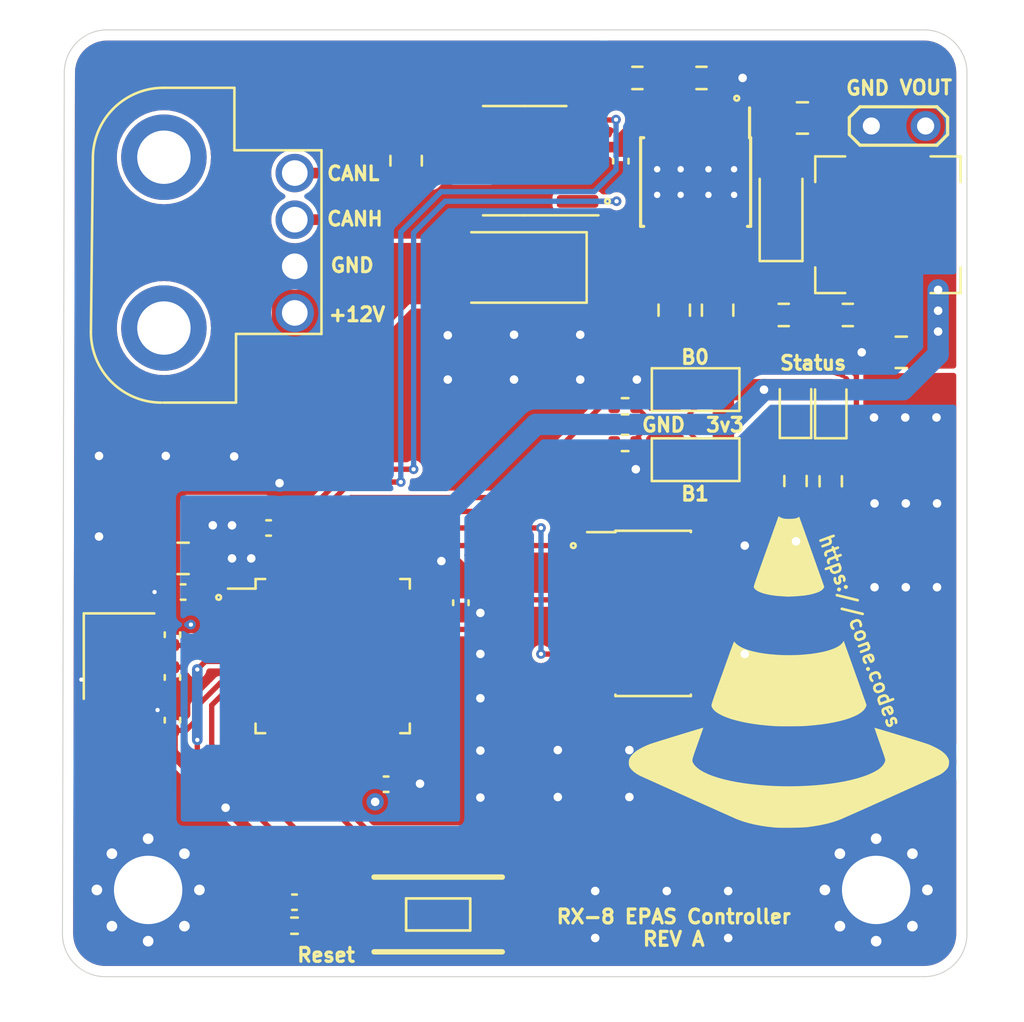
<source format=kicad_pcb>
(kicad_pcb (version 20211014) (generator pcbnew)
  (layers (0 "F.Cu" signal) (31 "B.Cu" signal) (34 "B.Paste" user) (35 "F.Paste" user) (36 "B.SilkS" user "B.Silkscreen") (37 "F.SilkS" user "F.Silkscreen") (38 "B.Mask" user) (39 "F.Mask" user) (44 "Edge.Cuts" user))
  (net 0 "")
  (net 1 "/VIN")
  (net 2 "GND")
  (net 3 "/BOOT")
  (net 4 "/PH")
  (net 5 "+3V3")
  (net 6 "/OSC_IN")
  (net 7 "/OSC_OUT")
  (net 8 "Net-(C14-Pad1)")
  (net 9 "/NRST")
  (net 10 "+12V")
  (net 11 "Net-(D3-Pad1)")
  (net 12 "Net-(D4-Pad1)")
  (net 13 "/CANH")
  (net 14 "/CANL")
  (net 15 "/JTCK")
  (net 16 "/JTDO")
  (net 18 "/JTMS")
  (net 22 "Net-(JP1-Pad2)")
  (net 23 "Net-(JP2-Pad2)")
  (net 24 "/VBATT_SENSE")
  (net 25 "/PB0")
  (net 26 "/BOOT0")
  (net 27 "/BOOT1")
  (net 31 "/CANTX")
  (net 32 "/CANRX")
  (net 35 "/OSC32_IN")
  (net 36 "/OSC32_OUT")
  (net 56 "/JTDI")
  (net 61 "/VSENSE")
  (footprint "Capacitor_SMD:C_0402_1005Metric" (layer "F.Cu") (at 21.5625 49.825 -90)
    (fp_text reference "C11" hide)
    (fp_text value "100nf")
  )
  (footprint "Package_QFP:LQFP-48_7x7mm_P0.5mm" (layer "F.Cu") (at 29.0625 46.825)
    (fp_text reference "U3" hide)
    (fp_text value "STM32F103C8T6")
  )
  (footprint "Crystal:Crystal_SMD_3225-4Pin_3.2x2.5mm" (layer "F.Cu") (at 19.0625 46.825 -90)
    (fp_text reference "Y1" hide)
    (fp_text value "12mhz")
  )
  (footprint "Capacitor_SMD:C_0402_1005Metric" (layer "F.Cu") (at 21.5625 45.825 90)
    (fp_text reference "C12" hide)
    (fp_text value "C_Small")
  )
  (footprint "Connector_PinHeader_1.27mm:PinHeader_2x06_P1.27mm_Vertical_SMD" (layer "F.Cu") (at 44.0625 44.825)
    (fp_text reference "J2" hide)
    (fp_text value "AVR-JTAG-10")
  )
  (footprint "Capacitor_SMD:C_0402_1005Metric" (layer "F.Cu") (at 42.55 23.645 -90)
    (fp_text reference "C5" hide)
    (fp_text value "100nf")
  )
  (footprint "Capacitor_SMD:C_0402_1005Metric" (layer "F.Cu") (at 35.0625 44.325 90)
    (fp_text reference "C7" hide)
    (fp_text value "100nf")
  )
  (footprint "Capacitor_SMD:C_0805_2012Metric" (layer "F.Cu") (at 55.675 32.6 180)
    (fp_text reference "C4" hide)
    (fp_text value "C_Small")
  )
  (footprint "Capacitor_SMD:C_0402_1005Metric" (layer "F.Cu") (at 26.0625 40.825 180)
    (fp_text reference "C9" hide)
    (fp_text value "100nf")
  )
  (footprint "Capacitor_SMD:C_0805_2012Metric" (layer "F.Cu") (at 51.05 21.625)
    (fp_text reference "C3" hide)
    (fp_text value "C_Small")
  )
  (footprint "Resistor_SMD:R_0402_1005Metric" (layer "F.Cu") (at 27.275 59.45 180)
    (fp_text reference "R7" hide)
    (fp_text value "10k")
  )
  (footprint "LED_SMD:LED_0603_1608Metric" (layer "F.Cu") (at 52.374999 35.137501 90)
    (fp_text reference "D4" hide)
    (fp_text value "RED")
  )
  (footprint "Inductor_SMD:L_Bourns-SRN6028" (layer "F.Cu") (at 55.05 26.625)
    (fp_text reference "L1" hide)
    (fp_text value "L_Small")
  )
  (footprint "Resistor_SMD:R_0805_2012Metric" (layer "F.Cu") (at 32.5 23.625 90)
    (fp_text reference "R3" hide)
    (fp_text value "120,DNP")
  )
  (footprint "Capacitor_SMD:C_0402_1005Metric" (layer "F.Cu") (at 22.0625 43.825)
    (fp_text reference "C10" hide)
    (fp_text value "100nf")
  )
  (footprint "logos:cone" (layer "F.Cu") (at 50.415 47.57)
    (fp_text reference "G***" hide)
    (fp_text value "LOGO" hide)
  )
  (footprint "Capacitor_SMD:C_0402_1005Metric" (layer "F.Cu") (at 31.5625 52.825)
    (fp_text reference "C8" hide)
    (fp_text value "100nf")
  )
  (footprint "Resistor_SMD:R_0603_1608Metric" (layer "F.Cu") (at 53.175 30.85)
    (fp_text reference "R2" hide)
    (fp_text value "R_Small")
  )
  (footprint "MountingHole:MountingHole_3.2mm_M3_Pad_Via" (layer "F.Cu") (at 54.5 57.775)
    (fp_text reference "H1" hide)
    (fp_text value "MountingHole_Pad")
  )
  (footprint "Jumper:SolderJumper-3_P1.3mm_Open_Pad1.0x1.5mm_NumberLabels" (layer "F.Cu") (at 46.05 34.345 180)
    (fp_text reference "JP1" hide)
    (fp_text value "Jumper_3_Open")
  )
  (footprint "Resistor_SMD:R_0603_1608Metric" (layer "F.Cu") (at 50.725 38.625 -90)
    (fp_text reference "R6" hide)
    (fp_text value "240R")
  )
  (footprint "Diode_SMD:D_SOD-123F" (layer "F.Cu") (at 50.05 26.125 90)
    (fp_text reference "D2" hide)
    (fp_text value "D_Small")
  )
  (footprint "TestPoint:TestPoint_2Pads_Pitch2.54mm_Drill0.8mm" (layer "F.Cu") (at 54.275 22)
    (fp_text reference "TP1" hide)
    (fp_text value "VOUT")
  )
  (footprint "Resistor_SMD:R_0603_1608Metric" (layer "F.Cu") (at 52.374999 38.6375 -90)
    (fp_text reference "R8" hide)
    (fp_text value "240R")
  )
  (footprint "Resistor_SMD:R_0603_1608Metric" (layer "F.Cu") (at 50.175 30.85)
    (fp_text reference "R1" hide)
    (fp_text value "R_Small")
  )
  (footprint "ConeCodes:1565749-3" (layer "F.Cu") (at 27.2875 27.4625 180)
    (fp_text reference "J1" hide)
    (fp_text value "1565749-3")
  )
  (footprint "ConeCodes:SW_RS-032G05A3-SMRT" (layer "F.Cu") (at 34 58.9235)
    (fp_text reference "SW1" hide)
    (fp_text value "SW_Push")
  )
  (footprint "Jumper:SolderJumper-3_P1.3mm_Open_Pad1.0x1.5mm_NumberLabels" (layer "F.Cu") (at 46.05 37.625 180)
    (fp_text reference "JP2" hide)
    (fp_text value "Jumper_3_Open")
  )
  (footprint "LED_SMD:LED_0603_1608Metric" (layer "F.Cu") (at 50.724999 35.125 90)
    (fp_text reference "D3" hide)
    (fp_text value "GRN")
  )
  (footprint "Capacitor_SMD:C_0805_2012Metric" (layer "F.Cu") (at 47.08 30.625 -90)
    (fp_text reference "C1" hide)
    (fp_text value "10uf")
  )
  (footprint "Capacitor_SMD:C_0402_1005Metric" (layer "F.Cu") (at 21.5625 47.825 -90)
    (fp_text reference "C13" hide)
    (fp_text value "C_Small")
  )
  (footprint "Diode_SMD:D_SMA" (layer "F.Cu") (at 37.55 28.625 180)
    (fp_text reference "D1" hide)
    (fp_text value "TPSMA6L78A")
  )
  (footprint "Package_SO:TI_SO-PowerPAD-8_ThermalVias" (layer "F.Cu") (at 46.05 24.625 -90)
    (fp_text reference "U1" hide)
    (fp_text value "TPS5430DDA")
  )
  (footprint "Capacitor_SMD:C_0805_2012Metric" (layer "F.Cu") (at 22.0625 42.25)
    (fp_text reference "C6" hide)
    (fp_text value "4.7nf")
  )
  (footprint "MountingHole:MountingHole_3.2mm_M3_Pad_Via" (layer "F.Cu") (at 20.425 57.775)
    (fp_text reference "H2" hide)
    (fp_text value "MountingHole_Pad")
  )
  (footprint "Resistor_SMD:R_0402_1005Metric" (layer "F.Cu") (at 42.75 36.845 180)
    (fp_text reference "R10" hide)
    (fp_text value "100k")
  )
  (footprint "Resistor_SMD:R_0603_1608Metric" (layer "F.Cu") (at 43.325 19.75)
    (fp_text reference "R4" hide)
    (fp_text value "R_Small")
  )
  (footprint "Resistor_SMD:R_0402_1005Metric" (layer "F.Cu") (at 42.750001 35.125 180)
    (fp_text reference "R9" hide)
    (fp_text value "100k")
  )
  (footprint "Capacitor_SMD:C_0805_2012Metric" (layer "F.Cu") (at 45.05 30.625 -90)
    (fp_text reference "C2" hide)
    (fp_text value "1uf")
  )
  (footprint "Resistor_SMD:R_0603_1608Metric" (layer "F.Cu") (at 46.325 19.75)
    (fp_text reference "R5" hide)
    (fp_text value "R_Small")
  )
  (footprint "Package_SO:SOIC-8_3.9x4.9mm_P1.27mm" (layer "F.Cu") (at 38.05 23.625 180)
    (fp_text reference "U2" hide)
    (fp_text value "SN65HVD230")
  )
  (footprint "Capacitor_SMD:C_0402_1005Metric" (layer "F.Cu") (at 27.275 58.35)
    (fp_text reference "C14" hide)
    (fp_text value "100nf")
  )
  (gr_circle (center 23.725 44.075) (end 23.725 44.125) (layer "F.SilkS") (width 0.12) (fill none))
  (gr_circle (center 41.925 25.525) (end 41.925 25.575) (layer "F.SilkS") (width 0.12) (fill none))
  (gr_circle (center 40.325 41.65) (end 40.325 41.7) (layer "F.SilkS") (width 0.12) (fill none))
  (gr_circle (center 47.975 20.7) (end 47.975 20.75) (layer "F.SilkS") (width 0.12) (fill none))
  (gr_line (start 16.414214 59.835786) (end 16.5 19.5) (layer "Edge.Cuts") (width 0.05))
  (gr_line (start 58.75 59.835786) (end 58.75 19.5) (layer "Edge.Cuts") (width 0.05))
  (gr_line (start 56.75 61.835786) (end 18.414214 61.835786) (layer "Edge.Cuts") (width 0.05))
  (gr_line (start 18.5 17.5) (end 56.75 17.5) (layer "Edge.Cuts") (width 0.05))
  (gr_arc (start 58.75 59.835786) (mid 58.164214 61.25) (end 56.75 61.835786) (layer "Edge.Cuts") (width 0.05))
  (gr_arc (start 18.414214 61.835786) (mid 17 61.25) (end 16.414214 59.835786) (layer "Edge.Cuts") (width 0.05))
  (gr_arc (start 56.75 17.5) (mid 58.164214 18.085786) (end 58.75 19.5) (layer "Edge.Cuts") (width 0.05))
  (gr_arc (start 16.5 19.5) (mid 17.085786 18.085786) (end 18.5 17.5) (layer "Edge.Cuts") (width 0.05))
  (gr_text "+12V\n" (at 30.2 30.825) (layer "F.SilkS") (effects (font (size 0.65 0.65))))
  (gr_text "B1" (at 46.025 39.225) (layer "F.SilkS") (effects (font (size 0.65 0.65))))
  (gr_text "Status" (at 51.55 33.1) (layer "F.SilkS") (effects (font (size 0.65 0.65))))
  (gr_text "GND" (at 44.55 36) (layer "F.SilkS") (effects (font (size 0.65 0.65))))
  (gr_text "B0" (at 46.025 32.825) (layer "F.SilkS") (effects (font (size 0.65 0.65))))
  (gr_text "RX-8 EPAS Controller\nREV A" (at 45.025 59.55) (layer "F.SilkS") (effects (font (size 0.65 0.65))))
  (gr_text "CANH" (at 30.102381 26.35) (layer "F.SilkS") (effects (font (size 0.65 0.65))))
  (gr_text "CANL" (at 30.025 24.225) (layer "F.SilkS") (effects (font (size 0.65 0.65))))
  (gr_text "Reset" (at 28.75 60.825) (layer "F.SilkS") (effects (font (size 0.65 0.65))))
  (gr_text "VOUT" (at 56.825 20.2) (layer "F.SilkS") (effects (font (size 0.65 0.65))))
  (gr_text "GND" (at 54.1 20.225) (layer "F.SilkS") (effects (font (size 0.65 0.65))))
  (gr_text "GND" (at 29.975 28.525) (layer "F.SilkS") (effects (font (size 0.65 0.65))))
  (gr_text "3v3" (at 47.425 36) (layer "F.SilkS") (effects (font (size 0.65 0.65))))
  (gr_text "https://cone.codes" (at 53.75 45.65 290) (layer "F.SilkS") (effects (font (size 0.65 0.65) (thickness 0.125))))
  (segment (start 20.869444 49.345) (end 21.5625 49.345) (width 0.5) (layer "F.Cu") (net 2))
  (segment (start 21.5625 49.345) (end 21.5625 48.305) (width 0.5) (layer "F.Cu") (net 2))
  (segment (start 21.03 45.345) (end 21.5625 45.345) (width 0.5) (layer "F.Cu") (net 2))
  (segment (start 44.75 34.345) (end 44.75 31.875) (width 0.5) (layer "F.Cu") (net 2))
  (segment (start 42.415 24.26) (end 42.55 24.125) (width 0.5) (layer "F.Cu") (net 2))
  (segment (start 48.25 19.75) (end 47.15 19.75) (width 1) (layer "F.Cu") (net 2))
  (segment (start 21.5625 45.345) (end 21.5625 43.845) (width 0.5) (layer "F.Cu") (net 2))
  (segment (start 54.725 32.6) (end 54.725 31.125) (width 1) (layer "F.Cu") (net 2))
  (segment (start 40.525 24.26) (end 42.415 24.26) (width 0.5) (layer "F.Cu") (net 2))
  (segment (start 20.65 45.725) (end 21.03 45.345) (width 0.5) (layer "F.Cu") (net 2))
  (segment (start 35.974852 44.801523) (end 35.971375 44.805) (width 0.5) (layer "F.Cu") (net 2))
  (segment (start 26.5425 41.305) (end 26.5425 40.825) (width 0.25) (layer "F.Cu") (net 2))
  (segment (start 35.971375 44.805) (end 35.0625 44.805) (width 0.5) (layer "F.Cu") (net 2))
  (segment (start 44.75 31.875) (end 45.05 31.575) (width 0.5) (layer "F.Cu") (net 2))
  (segment (start 42.55 24.125) (end 45.55 24.125) (width 0.5) (layer "F.Cu") (net 2))
  (segment (start 21.7925 49.345) (end 21.5625 49.345) (width 0.25) (layer "F.Cu") (net 2))
  (segment (start 31.0825 52.825) (end 31.0825 53.618) (width 0.5) (layer "F.Cu") (net 2))
  (segment (start 31.3125 50.9875) (end 31.3125 52.075) (width 0.25) (layer "F.Cu") (net 2))
  (segment (start 31.0625 52.325) (end 31.0625 52.805) (width 0.25) (layer "F.Cu") (net 2))
  (segment (start 34.575 44.575) (end 34.805 44.805) (width 0.25) (layer "F.Cu") (net 2))
  (segment (start 26.575 38.725) (end 26.5425 38.7575) (width 0.5) (layer "F.Cu") (net 2))
  (segment (start 21.5825 43.825) (end 21.5825 42.72) (width 0.5) (layer "F.Cu") (net 2))
  (segment (start 24.9 47.575) (end 23.5625 47.575) (width 0.25) (layer "F.Cu") (net 2))
  (segment (start 31.3125 52.075) (end 31.0625 52.325) (width 0.25) (layer "F.Cu") (net 2))
  (segment (start 47.08 31.575) (end 45.05 31.575) (width 0.5) (layer "F.Cu") (net 2))
  (segment (start 31.0825 53.618) (end 31.05 53.6505) (width 0.5) (layer "F.Cu") (net 2))
  (segment (start 43.77 34.345) (end 43.3 33.875) (width 0.5) (layer "F.Cu") (net 2))
  (segment (start 45.415 27.325) (end 45.415 25.26) (width 0.5) (layer "F.Cu") (net 2))
  (segment (start 43.7 37.625) (end 44.75 37.625) (width 0.5) (layer "F.Cu") (net 2))
  (segment (start 54.45 30.85) (end 54 30.85) (width 1) (layer "F.Cu") (net 2))
  (segment (start 26.5425 38.7575) (end 26.5425 40.825) (width 0.5) (layer "F.Cu") (net 2))
  (segment (start 54.725 31.125) (end 54.45 30.85) (width 1) (layer "F.Cu") (net 2))
  (segment (start 26.8125 41.575) (end 26.5425 41.305) (width 0.25) (layer "F.Cu") (net 2))
  (segment (start 33.225 44.575) (end 34.575 44.575) (width 0.25) (layer "F.Cu") (net 2))
  (segment (start 52.374999 39.825001) (end 52.374999 39.4625) (width 1) (layer "F.Cu") (net 2))
  (segment (start 22.42 45.345) (end 22.425 45.35) (width 0.5) (layer "F.Cu") (net 2))
  (segment (start 21.5825 42.72) (end 21.1125 42.25) (width 0.5) (layer "F.Cu") (net 2))
  (segment (start 26.8125 42.6625) (end 26.8125 41.575) (width 0.25) (layer "F.Cu") (net 2))
  (segment (start 43.25 38.075) (end 43.7 37.625) (width 0.5) (layer "F.Cu") (net 2))
  (segment (start 46.0125 41.65) (end 48.35 41.65) (width 1) (layer "F.Cu") (net 2))
  (segment (start 19.9125 45.725) (end 20.65 45.725) (width 0.5) (layer "F.Cu") (net 2))
  (segment (start 50.75 41.45) (end 52.374999 39.825001) (width 1) (layer "F.Cu") (net 2))
  (segment (start 21.5825 43.825) (end 20.725 43.825) (width 0.5) (layer "F.Cu") (net 2))
  (segment (start 21.5625 45.345) (end 22.42 45.345) (width 0.5) (layer "F.Cu") (net 2))
  (segment (start 18.2125 47.925) (end 17.29952 47.925) (width 0.5) (layer "F.Cu") (net 2))
  (segment (start 48.345 46.73) (end 48.35 46.725) (width 1) (layer "F.Cu") (net 2))
  (segment (start 20.864444 49.35) (end 20.869444 49.345) (width 0.5) (layer "F.Cu") (net 2))
  (segment (start 23.5625 47.575) (end 21.7925 49.345) (width 0.25) (layer "F.Cu") (net 2))
  (segment (start 46.0125 46.73) (end 48.345 46.73) (width 1) (layer "F.Cu") (net 2))
  (segment (start 34.805 44.805) (end 35.0625 44.805) (width 0.25) (layer "F.Cu") (net 2))
  (segment (start 54.725 32.6) (end 53.825 32.6) (width 1) (layer "F.Cu") (net 2))
  (segment (start 44.75 34.345) (end 43.77 34.345) (width 0.5) (layer "F.Cu") (net 2))
  (via (at 35.975 46.725) (size 0.8) (drill 0.4) (layers "F.Cu" "B.Cu") (net 2))
  (via (at 48.25 19.75) (size 0.8) (drill 0.4) (layers "F.Cu" "B.Cu") (net 2))
  (via (at 43.3 33.875) (size 0.8) (drill 0.4) (layers "F.Cu" "B.Cu") (net 2))
  (via (at 48.35 41.65) (size 0.8) (drill 0.4) (layers "F.Cu" "B.Cu") (net 2))
  (via (at 37.55 31.775) (size 0.8) (drill 0.4) (layers "F.Cu" "B.Cu") (net 2))
  (via (at 57.325 35.65) (size 0.8) (drill 0.4) (layers "F.Cu" "B.Cu") (net 2))
  (via (at 44.7 57.825) (size 0.8) (drill 0.4) (layers "F.Cu" "B.Cu") (net 2))
  (via (at 35.975 51.25) (size 0.8) (drill 0.4) (layers "F.Cu" "B.Cu") (net 2))
  (via (at 31.05 53.6505) (size 0.8) (drill 0.4) (layers "F.Cu" "B.Cu") (net 2))
  (via (at 35.974852 44.801523) (size 0.8) (drill 0.4) (layers "F.Cu" "B.Cu") (net 2))
  (via (at 55.8875 43.6) (size 0.8) (drill 0.4) (layers "F.Cu" "B.Cu") (net 2))
  (via (at 54.425 43.6) (size 0.8) (drill 0.4) (layers "F.Cu" "B.Cu") (net 2))
  (via (at 40.65 31.775) (size 0.8) (drill 0.4) (layers "F.Cu" "B.Cu") (net 2))
  (via (at 17.29952 47.925) (size 0.45) (drill 0.2) (layers "F.Cu" "B.Cu") (net 2))
  (via (at 20.725 43.825) (size 0.45) (drill 0.2) (layers "F.Cu" "B.Cu") (net 2))
  (via (at 53.825 32.6) (size 0.8) (drill 0.4) (layers "F.Cu" "B.Cu") (net 2))
  (via (at 47.575 60.025) (size 0.8) (drill 0.4) (layers "F.Cu" "B.Cu") (net 2))
  (via (at 42.95 53.425) (size 0.8) (drill 0.4) (layers "F.Cu" "B.Cu") (net 2))
  (via (at 39.6 51.225) (size 0.8) (drill 0.4) (layers "F.Cu" "B.Cu") (net 2))
  (via (at 41.35 60.025) (size 0.8) (drill 0.4) (layers "F.Cu" "B.Cu") (net 2))
  (via (at 18.125 41.225) (size 0.8) (drill 0.4) (layers "F.Cu" "B.Cu") (net 2))
  (via (at 55.8625 35.65) (size 0.8) (drill 0.4) (layers "F.Cu" "B.Cu") (net 2))
  (via (at 22.425 45.35) (size 0.45) (drill 0.2) (layers "F.Cu" "B.Cu") (net 2))
  (via (at 24.45 37.475) (size 0.8) (drill 0.4) (layers "F.Cu" "B.Cu") (net 2))
  (via (at 43.25 38.075) (size 0.8) (drill 0.4) (layers "F.Cu" "B.Cu") (net 2))
  (via (at 35.975 48.8) (size 0.8) (drill 0.4) (layers "F.Cu" "B.Cu") (net 2))
  (via (at 55.8875 39.675) (size 0.8) (drill 0.4) (layers "F.Cu" "B.Cu") (net 2))
  (via (at 34.45 33.875) (size 0.8) (drill 0.4) (layers "F.Cu" "B.Cu") (net 2))
  (via (at 37.55 33.875) (size 0.8) (drill 0.4) (layers "F.Cu" "B.Cu") (net 2))
  (via (at 48.35 46.725) (size 0.8) (drill 0.4) (layers "F.Cu" "B.Cu") (net 2))
  (via (at 57.35 43.6) (size 0.8) (drill 0.4) (layers "F.Cu" "B.Cu") (net 2))
  (via (at 26.575 38.725) (size 0.8) (drill 0.4) (layers "F.Cu" "B.Cu") (net 2))
  (via (at 54.4 35.65) (size 0.8) (drill 0.4) (layers "F.Cu" "B.Cu") (net 2))
  (via (at 18.125 37.45) (size 0.8) (drill 0.4) (layers "F.Cu" "B.Cu") (net 2))
  (via (at 57.35 39.675) (size 0.8) (drill 0.4) (layers "F.Cu" "B.Cu") (net 2))
  (via (at 39.6 53.425) (size 0.8) (drill 0.4) (layers "F.Cu" "B.Cu") (net 2))
  (via (at 21.25 37.45) (size 0.8) (drill 0.4) (layers "F.Cu" "B.Cu") (net 2))
  (via (at 40.65 33.875) (size 0.8) (drill 0.4) (layers "F.Cu" "B.Cu") (net 2))
  (via (at 42.95 51.225) (size 0.8) (drill 0.4) (layers "F.Cu" "B.Cu") (net 2))
  (via (at 20.864444 49.35) (size 0.45) (drill 0.2) (layers "F.Cu" "B.Cu") (net 2))
  (via (at 35.975 53.45) (size 0.8) (drill 0.4) (layers "F.Cu" "B.Cu") (net 2))
  (via (at 54.425 39.675) (size 0.8) (drill 0.4) (layers "F.Cu" "B.Cu") (net 2))
  (via (at 34.45 31.8) (size 0.8) (drill 0.4) (layers "F.Cu" "B.Cu") (net 2))
  (via (at 47.575 57.825) (size 0.8) (drill 0.4) (layers "F.Cu" "B.Cu") (net 2))
  (via (at 41.35 57.825) (size 0.8) (drill 0.4) (layers "F.Cu" "B.Cu") (net 2))
  (via (at 50.75 41.45) (size 0.8) (drill 0.4) (layers "F.Cu" "B.Cu") (net 2))
  (segment (start 24.05 53.925) (end 24.1 53.925) (width 0.5) (layer "F.Cu") (net 5))
  (segment (start 25.925 55.75) (end 25.925 59.35) (width 0.5) (layer "F.Cu") (net 5))
  (segment (start 34.7995 42.3745) (end 35.0625 42.6375) (width 0.5) (layer "F.Cu") (net 5))
  (segment (start 40.525 22.99) (end 42.375 22.99) (width 0.5) (layer "F.Cu") (net 5))
  (segment (start 22.725 49.1625) (end 22.725 49.775) (width 0.25) (layer "F.Cu") (net 5))
  (segment (start 49.250001 34.350001) (end 47.355001 34.350001) (width 1) (layer "F.Cu") (net 5))
  (segment (start 24.05 53.925) (end 24.05 53.824598) (width 0.5) (layer "F.Cu") (net 5))
  (segment (start 31.8125 52.075) (end 32.0625 52.325) (width 0.25) (layer "F.Cu") (net 5))
  (segment (start 47.35 37.625) (end 47.35 34.345) (width 1) (layer "F.Cu") (net 5))
  (segment (start 23.8125 48.075) (end 22.725 49.1625) (width 0.25) (layer "F.Cu") (net 5))
  (segment (start 25.925 59.35) (end 26.025 59.45) (width 0.5) (layer "F.Cu") (net 5))
  (segment (start 31.8125 50.9875) (end 31.8125 52.075) (width 0.25) (layer "F.Cu") (net 5))
  (segment (start 42.999511 22.125489) (end 42.55 22.575) (width 0.5) (layer "F.Cu") (net 5))
  (segment (start 34.15 42.3745) (end 34.7995 42.3745) (width 0.5) (layer "F.Cu") (net 5))
  (segment (start 22.975 43.825) (end 22.5425 43.825) (width 0.25) (layer "F.Cu") (net 5))
  (segment (start 35.0625 42.6375) (end 35.0625 43.845) (width 0.5) (layer "F.Cu") (net 5))
  (segment (start 23.0125 42.4625) (end 22.5425 42.9325) (width 0.5) (layer "F.Cu") (net 5))
  (segment (start 24.1 53.925) (end 25.925 55.75) (width 0.5) (layer "F.Cu") (net 5))
  (segment (start 22.195 50.305) (end 21.5825 50.305) (width 0.25) (layer "F.Cu") (net 5))
  (segment (start 22.725 49.775) (end 22.195 50.305) (width 0.25) (layer "F.Cu") (net 5))
  (segment (start 26.025 59.45) (end 26.765 59.45) (width 0.5) (layer "F.Cu") (net 5))
  (segment (start 47.355001 34.350001) (end 47.35 34.345) (width 1) (layer "F.Cu") (net 5))
  (segment (start 42.5 19.75) (end 42.999511 20.249511) (width 0.5) (layer "F.Cu") (net 5))
  (segment (start 33.15 52.8) (end 32.0675 52.8) (width 0.5) (layer "F.Cu") (net 5))
  (segment (start 24.9 44.075) (end 23.225 44.075) (width 0.25) (layer "F.Cu") (net 5))
  (segment (start 57.4 30.525) (end 57.4 32.45) (width 1) (layer "F.Cu") (net 5))
  (segment (start 22.5425 42.9325) (end 22.5425 43.825) (width 0.5) (layer "F.Cu") (net 5))
  (segment (start 34.3125 44.075) (end 34.5625 43.825) (width 0.25) (layer "F.Cu") (net 5))
  (segment (start 42.375 22.99) (end 42.55 23.165) (width 0.5) (layer "F.Cu") (net 5))
  (segment (start 42.999511 20.249511) (end 42.999511 22.125489) (width 0.5) (layer "F.Cu") (net 5))
  (segment (start 34.5625 43.825) (end 35.0425 43.825) (width 0.25) (layer "F.Cu") (net 5))
  (segment (start 24.9 48.075) (end 23.8125 48.075) (width 0.25) (layer "F.Cu") (net 5))
  (segment (start 32.0625 52.325) (end 32.0625 52.805) (width 0.25) (layer "F.Cu") (net 5))
  (segment (start 42.55 22.575) (end 42.55 23.165) (width 0.5) (layer "F.Cu") (net 5))
  (segment (start 57.4 30.525) (end 57.4 26.625) (width 1) (layer "F.Cu") (net 5))
  (segment (start 57.25 32.6) (end 56.625 32.6) (width 1) (layer "F.Cu") (net 5))
  (segment (start 23.225 44.075) (end 22.975 43.825) (width 0.25) (layer "F.Cu") (net 5))
  (segment (start 21.5625 51.337098) (end 21.5625 50.305) (width 0.5) (layer "F.Cu") (net 5))
  (segment (start 24.05 53.824598) (end 21.5625 51.337098) (width 0.5) (layer "F.Cu") (net 5))
  (segment (start 52.374999 34.350001) (end 49.250001 34.350001) (width 1) (layer "F.Cu") (net 5))
  (segment (start 33.225 44.075) (end 34.3125 44.075) (width 0.25) (layer "F.Cu") (net 5))
  (segment (start 57.4 32.45) (end 57.25 32.6) (width 1) (layer "F.Cu") (net 5))
  (via (at 57.4 30.65) (size 0.8) (drill 0.4) (layers "F.Cu" "B.Cu") (net 5))
  (via (at 24.35 42.25) (size 0.8) (drill 0.4) (layers "F.Cu" "B.Cu") (net 5))
  (via (at 24.05 53.925) (size 0.8) (drill 0.4) (layers "F.Cu" "B.Cu") (net 5))
  (via (at 25.25 42.25) (size 0.8) (drill 0.4) (layers "F.Cu" "B.Cu") (net 5))
  (via (at 23.45 40.7) (size 0.8) (drill 0.4) (layers "F.Cu" "B.Cu") (net 5))
  (via (at 33.15 52.8) (size 0.8) (drill 0.4) (layers "F.Cu" "B.Cu") (net 5))
  (via (at 34.15 42.3745) (size 0.8) (drill 0.4) (layers "F.Cu" "B.Cu") (net 5))
  (via (at 24.35 40.7) (size 0.8) (drill 0.4) (layers "F.Cu" "B.Cu") (net 5))
  (via (at 49.250001 34.350001) (size 0.8) (drill 0.4) (layers "F.Cu" "B.Cu") (net 5))
  (via (at 57.4 31.625) (size 0.8) (drill 0.4) (layers "F.Cu" "B.Cu") (net 5))
  (via (at 57.4 29.675) (size 0.8) (drill 0.4) (layers "F.Cu" "B.Cu") (net 5))
  (segment (start 57.4 32.7) (end 57.4 29.675) (width 1) (layer "B.Cu") (net 5))
  (segment (start 49.250001 34.350001) (end 55.749999 34.350001) (width 1) (layer "B.Cu") (net 5))
  (segment (start 55.749999 34.350001) (end 57.4 32.7) (width 1) (layer "B.Cu") (net 5))
  (segment (start 38.575 35.975) (end 47.625002 35.975) (width 1) (layer "B.Cu") (net 5))
  (segment (start 47.625002 35.975) (end 49.250001 34.350001) (width 1) (layer "B.Cu") (net 5))
  (segment (start 34.15 42.3745) (end 34.15 40.4) (width 1) (layer "B.Cu") (net 5))
  (segment (start 34.15 40.4) (end 38.575 35.975) (width 1) (layer "B.Cu") (net 5))
  (segment (start 18.2125 45.974022) (end 18.987989 46.749511) (width 0.25) (layer "F.Cu") (net 6))
  (segment (start 22.4375 46.075) (end 22.1875 46.325) (width 0.25) (layer "F.Cu") (net 6))
  (segment (start 24.9 46.075) (end 22.4375 46.075) (width 0.25) (layer "F.Cu") (net 6))
  (segment (start 22.1875 46.325) (end 21.5825 46.325) (width 0.25) (layer "F.Cu") (net 6))
  (segment (start 21.117989 46.749511) (end 21.5625 46.305) (width 0.25) (layer "F.Cu") (net 6))
  (segment (start 18.987989 46.749511) (end 21.117989 46.749511) (width 0.25) (layer "F.Cu") (net 6))
  (segment (start 19.9125 47.925) (end 20.4625 47.925) (width 0.25) (layer "F.Cu") (net 7))
  (segment (start 24.9 46.575) (end 22.755359 46.575) (width 0.25) (layer "F.Cu") (net 7))
  (segment (start 21.985359 47.345) (end 21.5625 47.345) (width 0.25) (layer "F.Cu") (net 7))
  (segment (start 20.4625 47.925) (end 21.0625 47.325) (width 0.25) (layer "F.Cu") (net 7))
  (segment (start 22.755359 46.575) (end 21.985359 47.345) (width 0.25) (layer "F.Cu") (net 7))
  (segment (start 21.0625 47.325) (end 21.5425 47.325) (width 0.25) (layer "F.Cu") (net 7))
  (segment (start 34.8765 58.9235) (end 38 58.9235) (width 0.25) (layer "F.Cu") (net 8))
  (segment (start 27.785 59.41) (end 26.795 58.42) (width 0.25) (layer "F.Cu") (net 8))
  (segment (start 27.785 59.45) (end 28.835 60.5) (width 0.25) (layer "F.Cu") (net 8))
  (segment (start 33.3 60.5) (end 34.8765 58.9235) (width 0.25) (layer "F.Cu") (net 8))
  (segment (start 28.835 60.5) (end 33.3 60.5) (width 0.25) (layer "F.Cu") (net 8))
  (segment (start 27.755 58.35) (end 29.4265 58.35) (width 0.5) (layer "F.Cu") (net 9))
  (segment (start 22.725 50.75) (end 22.725 51.475) (width 0.25) (layer "F.Cu") (net 9))
  (segment (start 27.75 56.5) (end 27.75 58.345) (width 0.25) (layer "F.Cu") (net 9))
  (segment (start 22.725 47.45) (end 23.1 47.075) (width 0.25) (layer "F.Cu") (net 9))
  (segment (start 23.1 47.075) (end 24.9 47.075) (width 0.25) (layer "F.Cu") (net 9))
  (segment (start 22.725 51.475) (end 27.75 56.5) (width 0.25) (layer "F.Cu") (net 9))
  (via (at 22.725 50.75) (size 0.45) (drill 0.2) (layers "F.Cu" "B.Cu") (net 9))
  (via (at 22.725 47.45) (size 0.45) (drill 0.2) (layers "F.Cu" "B.Cu") (net 9))
  (segment (start 22.725 47.45) (end 22.725 50.75) (width 0.5) (layer "B.Cu") (net 9))
  (segment (start 29.520834 30.754166) (end 27.2875 30.754166) (width 2) (layer "F.Cu") (net 10))
  (segment (start 31.65 28.625) (end 29.520834 30.754166) (width 2) (layer "F.Cu") (net 10))
  (segment (start 35.55 28.625) (end 31.65 28.625) (width 2) (layer "F.Cu") (net 10))
  (segment (start 50.724999 35.9125) (end 50.725 37.8) (width 1) (layer "F.Cu") (net 11))
  (segment (start 52.374999 35.925001) (end 52.374999 37.8125) (width 1) (layer "F.Cu") (net 12))
  (segment (start 33.7125 24.5375) (end 32.5 24.5375) (width 0.5) (layer "F.Cu") (net 13))
  (segment (start 29.1875 26.3875) (end 31.0375 24.5375) (width 0.5) (layer "F.Cu") (net 13))
  (segment (start 27.2875 26.3875) (end 29.1875 26.3875) (width 0.5) (layer "F.Cu") (net 13))
  (segment (start 35.575 24.26) (end 33.99 24.26) (width 0.5) (layer "F.Cu") (net 13))
  (segment (start 31.0375 24.5375) (end 32.5 24.5375) (width 0.5) (layer "F.Cu") (net 13))
  (segment (start 33.99 24.26) (end 33.7125 24.5375) (width 0.5) (layer "F.Cu") (net 13))
  (segment (start 29.270834 24.204166) (end 30.7625 22.7125) (width 0.5) (layer "F.Cu") (net 14))
  (segment (start 27.2875 24.204166) (end 29.270834 24.204166) (width 0.5) (layer "F.Cu") (net 14))
  (segment (start 35.575 22.99) (end 32.7775 22.99) (width 0.5) (layer "F.Cu") (net 14))
  (segment (start 30.7625 22.7125) (end 32.5 22.7125) (width 0.5) (layer "F.Cu") (net 14))
  (segment (start 32.7775 22.99) (end 32.5 22.7125) (width 0.5) (layer "F.Cu") (net 14))
  (segment (start 31.8125 41.9875) (end 32.15 41.65) (width 0.25) (layer "F.Cu") (net 15))
  (segment (start 32.15 41.65) (end 42.1125 41.65) (width 0.25) (layer "F.Cu") (net 15))
  (segment (start 31.8125 42.6625) (end 31.8125 41.9875) (width 0.25) (layer "F.Cu") (net 15))
  (segment (start 44.4 42.2375) (end 43.7175 42.92) (width 0.25) (layer "F.Cu") (net 16))
  (segment (start 31.95 40.05) (end 43.6 40.05) (width 0.25) (layer "F.Cu") (net 16))
  (segment (start 30.8125 41.1875) (end 31.95 40.05) (width 0.25) (layer "F.Cu") (net 16))
  (segment (start 43.6 40.05) (end 44.4 40.85) (width 0.25) (layer "F.Cu") (net 16))
  (segment (start 30.8125 42.6625) (end 30.8125 41.1875) (width 0.25) (layer "F.Cu") (net 16))
  (segment (start 44.4 40.85) (end 44.4 42.2375) (width 0.25) (layer "F.Cu") (net 16))
  (segment (start 43.7175 42.92) (end 42.1125 42.92) (width 0.25) (layer "F.Cu") (net 16))
  (segment (start 34.812499 45.575) (end 36.8125 45.575) (width 0.25) (layer "F.Cu") (net 18))
  (segment (start 34.312499 45.075) (end 34.812499 45.575) (width 0.25) (layer "F.Cu") (net 18))
  (segment (start 38.1975 44.19) (end 42.1125 44.19) (width 0.25) (layer "F.Cu") (net 18))
  (segment (start 36.8125 45.575) (end 38.1975 44.19) (width 0.25) (layer "F.Cu") (net 18))
  (segment (start 33.225 45.075) (end 34.312499 45.075) (width 0.25) (layer "F.Cu") (net 18))
  (segment (start 45.6 35.65) (end 46.05 35.2) (width 0.2) (layer "F.Cu") (net 22))
  (segment (start 46.05 35.2) (end 46.05 34.345) (width 0.2) (layer "F.Cu") (net 22))
  (segment (start 43.785001 35.65) (end 45.6 35.65) (width 0.2) (layer "F.Cu") (net 22))
  (segment (start 43.260001 35.125) (end 43.785001 35.65) (width 0.2) (layer "F.Cu") (net 22))
  (segment (start 43.75 36.15) (end 45.55 36.15) (width 0.2) (layer "F.Cu") (net 23))
  (segment (start 46.05 36.65) (end 46.05 37.625) (width 0.2) (layer "F.Cu") (net 23))
  (segment (start 43.26 36.64) (end 43.75 36.15) (width 0.2) (layer "F.Cu") (net 23))
  (segment (start 45.55 36.15) (end 46.05 36.65) (width 0.2) (layer "F.Cu") (net 23))
  (segment (start 50.14904 43.40096) (end 50.14904 54.047395) (width 0.25) (layer "F.Cu") (net 24))
  (segment (start 53.575 39.975) (end 50.14904 43.40096) (width 0.25) (layer "F.Cu") (net 24))
  (segment (start 51.675 30.875) (end 51.675 31.775) (width 0.25) (layer "F.Cu") (net 24))
  (segment (start 53.575 33.675) (end 53.575 39.975) (width 0.25) (layer "F.Cu") (net 24))
  (segment (start 51.425 30.85) (end 52.35 30.85) (width 1) (layer "F.Cu") (net 24))
  (segment (start 28.375 55.975) (end 23.4 51) (width 0.25) (layer "F.Cu") (net 24))
  (segment (start 51.675 31.775) (end 53.575 33.675) (width 0.25) (layer "F.Cu") (net 24))
  (segment (start 23.4 51) (end 23.4 49.123218) (width 0.25) (layer "F.Cu") (net 24))
  (segment (start 23.4 49.123218) (end 23.948218 48.575) (width 0.25) (layer "F.Cu") (net 24))
  (segment (start 23.948218 48.575) (end 24.9 48.575) (width 0.25) (layer "F.Cu") (net 24))
  (segment (start 51.4 30.875) (end 51.425 30.85) (width 1) (layer "F.Cu") (net 24))
  (segment (start 50.14904 54.047395) (end 48.221435 55.975) (width 0.25) (layer "F.Cu") (net 24))
  (segment (start 48.221435 55.975) (end 28.375 55.975) (width 0.25) (layer "F.Cu") (net 24))
  (segment (start 50.725 40.05) (end 50.725 39.45) (width 0.25) (layer "F.Cu") (net 25))
  (segment (start 49.69952 53.861198) (end 49.69952 41.07548) (width 0.25) (layer "F.Cu") (net 25))
  (segment (start 49.69952 41.07548) (end 50.725 40.05) (width 0.25) (layer "F.Cu") (net 25))
  (segment (start 48.035238 55.52548) (end 49.69952 53.861198) (width 0.25) (layer "F.Cu") (net 25))
  (segment (start 28.8125 50.9875) (end 28.8125 53.7375) (width 0.25) (layer "F.Cu") (net 25))
  (segment (start 30.600481 55.52548) (end 48.035238 55.52548) (width 0.25) (layer "F.Cu") (net 25))
  (segment (start 28.8125 53.7375) (end 30.600481 55.52548) (width 0.25) (layer "F.Cu") (net 25))
  (segment (start 28.3125 41.0125) (end 29.925 39.4) (width 0.25) (layer "F.Cu") (net 26))
  (segment (start 28.3125 42.6625) (end 28.3125 41.0125) (width 0.25) (layer "F.Cu") (net 26))
  (segment (start 29.925 39.4) (end 37.35 39.4) (width 0.25) (layer "F.Cu") (net 26))
  (segment (start 41.625 35.125) (end 42.240001 35.125) (width 0.25) (layer "F.Cu") (net 26))
  (segment (start 37.35 39.4) (end 41.625 35.125) (width 0.25) (layer "F.Cu") (net 26))
  (segment (start 47.6 39.425) (end 41.4 39.425) (width 0.25) (layer "F.Cu") (net 27))
  (segment (start 47.84904 55.07596) (end 49.25 53.675) (width 0.25) (layer "F.Cu") (net 27))
  (segment (start 29.3125 50.9875) (end 29.3125 53.601782) (width 0.25) (layer "F.Cu") (net 27))
  (segment (start 30.786678 55.07596) (end 47.84904 55.07596) (width 0.25) (layer "F.Cu") (net 27))
  (segment (start 49.25 41.075) (end 47.6 39.425) (width 0.25) (layer "F.Cu") (net 27))
  (segment (start 40.85 37.325) (end 41.33 36.845) (width 0.25) (layer "F.Cu") (net 27))
  (segment (start 41.4 39.425) (end 40.85 38.875) (width 0.25) (layer "F.Cu") (net 27))
  (segment (start 41.33 36.845) (end 42.24 36.845) (width 0.25) (layer "F.Cu") (net 27))
  (segment (start 40.85 38.875) (end 40.85 37.325) (width 0.25) (layer "F.Cu") (net 27))
  (segment (start 49.25 53.675) (end 49.25 41.075) (width 0.25) (layer "F.Cu") (net 27))
  (segment (start 29.3125 53.601782) (end 30.786678 55.07596) (width 0.25) (layer "F.Cu") (net 27))
  (segment (start 27.3125 40.641064) (end 27.3125 42.6625) (width 0.25) (layer "F.Cu") (net 31))
  (segment (start 29.878564 38.075) (end 27.3125 40.641064) (width 0.25) (layer "F.Cu") (net 31))
  (segment (start 32.85 38.075) (end 29.878564 38.075) (width 0.25) (layer "F.Cu") (net 31))
  (segment (start 42.345 25.53) (end 42.35 25.525) (width 0.25) (layer "F.Cu") (net 31))
  (segment (start 40.525 25.53) (end 42.345 25.53) (width 0.25) (layer "F.Cu") (net 31))
  (via (at 32.85 38.075) (size 0.45) (drill 0.2) (layers "F.Cu" "B.Cu") (net 31))
  (via (at 42.35 25.525) (size 0.45) (drill 0.2) (layers "F.Cu" "B.Cu") (net 31))
  (segment (start 32.85 38.075) (end 32.85 27) (width 0.25) (layer "B.Cu") (net 31))
  (segment (start 32.85 27) (end 34.325 25.525) (width 0.25) (layer "B.Cu") (net 31))
  (segment (start 34.325 25.525) (end 42.35 25.525) (width 0.25) (layer "B.Cu") (net 31))
  (segment (start 40.525 21.72) (end 42.305 21.72) (width 0.25) (layer "F.Cu") (net 32))
  (segment (start 32.25 38.675) (end 29.914282 38.675) (width 0.25) (layer "F.Cu") (net 32))
  (segment (start 29.914282 38.675) (end 27.8125 40.776782) (width 0.25) (layer "F.Cu") (net 32))
  (segment (start 27.8125 40.776782) (end 27.8125 42.6625) (width 0.25) (layer "F.Cu") (net 32))
  (segment (start 42.305 21.72) (end 42.325 21.7) (width 0.25) (layer "F.Cu") (net 32))
  (via (at 42.325 21.7) (size 0.45) (drill 0.2) (layers "F.Cu" "B.Cu") (net 32))
  (via (at 32.25 38.675) (size 0.45) (drill 0.2) (layers "F.Cu" "B.Cu") (net 32))
  (segment (start 32.25 26.964283) (end 34.138803 25.07548) (width 0.25) (layer "B.Cu") (net 32))
  (segment (start 42.325 24.05) (end 42.325 21.7) (width 0.25) (layer "B.Cu") (net 32))
  (segment (start 32.25 38.675) (end 32.25 26.964283) (width 0.25) (layer "B.Cu") (net 32))
  (segment (start 41.29952 25.07548) (end 42.325 24.05) (width 0.25) (layer "B.Cu") (net 32))
  (segment (start 34.138803 25.07548) (end 41.29952 25.07548) (width 0.25) (layer "B.Cu") (net 32))
  (segment (start 31.3125 41.6375) (end 31.3125 42.6625) (width 0.25) (layer "F.Cu") (net 56))
  (segment (start 38.8175 46.73) (end 42.1125 46.73) (width 0.25) (layer "F.Cu") (net 56))
  (segment (start 32.125 40.825) (end 31.3125 41.6375) (width 0.25) (layer "F.Cu") (net 56))
  (segment (start 38.8125 46.725) (end 38.8175 46.73) (width 0.25) (layer "F.Cu") (net 56))
  (segment (start 38.8125 40.825) (end 32.125 40.825) (width 0.25) (layer "F.Cu") (net 56))
  (via (at 38.8125 40.825) (size 0.45) (drill 0.2) (layers "F.Cu" "B.Cu") (net 56))
  (via (at 38.8125 46.725) (size 0.45) (drill 0.2) (layers "F.Cu" "B.Cu") (net 56))
  (segment (start 38.8125 40.825) (end 38.8125 46.725) (width 0.25) (layer "B.Cu") (net 56))
  (segment (start 44.15 20.825) (end 44.15 19.75) (width 0.5) (layer "F.Cu") (net 61))
  (segment (start 45.5 19.75) (end 44.15 19.75) (width 0.5) (layer "F.Cu") (net 61))
  (segment (start 44.145 21.925) (end 44.145 20.43) (width 0.5) (layer "F.Cu") (net 61))
  (zone (net 0) (net_name "") (layer "F.Cu") (priority 1) (connect_pads yes (clearance 0.2)) (min_thickness 0.254) (fill yes (mode hatch) (thermal_gap 0.508) (thermal_bridge_width 0.508) (smoothing chamfer) (island_removal_mode 1) (island_area_min 0) (hatch_thickness 0.254) (hatch_gap 0.254) (hatch_orientation 45) (hatch_smoothing_level 1) (hatch_smoothing_value 0.1) (hatch_border_algorithm hatch_thickness) (hatch_min_hole_area 0.3))
    (polygon (pts (xy 50.665 39.88) (xy 50.955 40.02) (xy 51.085 40.24) (xy 54.535 49.96) (xy 57.445 50.89) (xy 57.975 51.2) (xy 58.135 51.35) (xy 58.235 51.51) (xy 58.255 51.840637) (xy 58.215 52.1) (xy 58.025 52.32) (xy 57.775 52.5) (xy 54.865 53.98) (xy 53.185 54.71) (xy 52.605 54.99) (xy 52.165 55.13) (xy 51.225 55.23) (xy 49.745 55.22) (xy 48.415 55.03) (xy 47.615 54.8) (xy 43.265 52.76) (xy 42.815 52.51) (xy 42.625 52.21) (xy 42.555 51.97) (xy 42.555 51.7) (xy 42.695 51.3) (xy 42.955 51.08) (xy 43.195 50.94) (xy 46.315 49.76) (xy 49.715 40.24) (xy 49.935 39.99) (xy 50.295 39.87)))
  )
  (zone (net 0) (net_name "") (layer "F.Cu") (connect_pads yes (clearance 0)) (min_thickness 0.254)
    (keepout (tracks allowed) (vias allowed) (pads allowed) (copperpour not_allowed) (footprints allowed))
    (fill (thermal_gap 0.508) (thermal_bridge_width 0.508))
    (polygon (pts (xy 26.125 47.95) (xy 25.625 47.925) (xy 25.6 47.325) (xy 26.125 47.325)))
  )
  (zone (net 5) (net_name "+3V3") (layer "F.Cu") (priority 1) (connect_pads yes (clearance 0.2)) (min_thickness 0.254) (fill yes (thermal_gap 0.508) (thermal_bridge_width 0.508))
    (polygon (pts (xy 59.725 33.35) (xy 55.45 33.375) (xy 55.45 19.275) (xy 43.525 19.25) (xy 43.525 20.275) (xy 41.85 20.275) (xy 41.85 17.3) (xy 59.725 17.425)))
  )
  (zone (net 2) (net_name "GND") (layer "F.Cu") (connect_pads yes (clearance 0.2)) (min_thickness 0.254) (fill yes (thermal_gap 0.508) (thermal_bridge_width 0.508))
    (polygon (pts (xy 61.3 63.9) (xy 15.8 63.975) (xy 15.7 16.2) (xy 61.35 16.2)))
  )
  (zone (net 0) (net_name "") (layer "F.Cu") (connect_pads yes (clearance 0)) (min_thickness 0.254)
    (keepout (tracks allowed) (vias allowed) (pads allowed) (copperpour not_allowed) (footprints allowed))
    (fill (thermal_gap 0.508) (thermal_bridge_width 0.508))
    (polygon (pts (xy 31.575 50.275) (xy 31.075 50.25) (xy 31.05 49.65) (xy 31.575 49.65)))
  )
  (zone (net 10) (net_name "+12V") (layer "F.Cu") (priority 2) (connect_pads yes (clearance 0.2)) (min_thickness 0.254) (fill yes (thermal_gap 0.508) (thermal_bridge_width 0.508))
    (polygon (pts (xy 36.775 30.35) (xy 32.65 30.35) (xy 30.975 32.05) (xy 26.2 32.05) (xy 26.225 29.525) (xy 28.95 29.525) (xy 31.1 27.475) (xy 36.75 27.475)))
  )
  (zone (net 0) (net_name "") (layer "F.Cu") (connect_pads yes (clearance 0)) (min_thickness 0.254)
    (keepout (tracks allowed) (vias allowed) (pads allowed) (copperpour not_allowed) (footprints allowed))
    (fill (thermal_gap 0.508) (thermal_bridge_width 0.508))
    (polygon (pts (xy 32.5 44.9) (xy 32 44.875) (xy 31.975 44.275) (xy 32.5 44.275)))
  )
  (zone (net 0) (net_name "") (layer "F.Cu") (connect_pads yes (clearance 0)) (min_thickness 0.254)
    (keepout (tracks allowed) (vias allowed) (pads allowed) (copperpour not_allowed) (footprints allowed))
    (fill (thermal_gap 0.508) (thermal_bridge_width 0.508))
    (polygon (pts (xy 25.825 51.925) (xy 28.45 51.95) (xy 28.475 53.825) (xy 30.1 55.45) (xy 30.1 55.675) (xy 28.525 55.675) (xy 23.55 50.7) (xy 23.55 49.4) (xy 25.825 49.4)))
  )
  (zone (net 4) (net_name "/PH") (layer "F.Cu") (priority 1) (connect_pads yes (clearance 0.2)) (min_thickness 0.254) (fill yes (thermal_gap 0.508) (thermal_bridge_width 0.508))
    (polygon (pts (xy 53.725 29.95) (xy 50.825 29.95) (xy 50.825 28.125) (xy 47.35 28.125) (xy 47.375 26.25) (xy 48.775 26.25) (xy 51.55 25.425) (xy 51.55 23.55) (xy 51.55 20.85) (xy 52.5 20.85) (xy 52.5 23.525) (xy 53.725 23.55)))
  )
  (zone (net 2) (net_name "GND") (layer "F.Cu") (priority 2) (connect_pads yes (clearance 0.2)) (min_thickness 0.254) (fill yes (thermal_gap 0.508) (thermal_bridge_width 0.508))
    (polygon (pts (xy 50.7 25.325) (xy 48.35 26.125) (xy 45.725 26.125) (xy 45.725 28.125) (xy 45.125 28.125) (xy 45.125 26.125) (xy 43.775 26.125) (xy 43.775 23.15) (xy 50.675 23.15)))
  )
  (zone (net 0) (net_name "") (layer "F.Cu") (connect_pads yes (clearance 0)) (min_thickness 0.254)
    (keepout (tracks allowed) (vias allowed) (pads allowed) (copperpour not_allowed) (footprints allowed))
    (fill (mode hatch) (thermal_gap 0.508) (thermal_bridge_width 0.508) (smoothing chamfer) (island_removal_mode 1) (island_area_min 0) (hatch_thickness 0.254) (hatch_gap 0.254) (hatch_orientation 45) (hatch_smoothing_level 1) (hatch_smoothing_value 0.1) (hatch_border_algorithm hatch_thickness) (hatch_min_hole_area 0.3))
    (polygon (pts (xy 50.95 42.125) (xy 50.025 43.175) (xy 50 41.65)))
  )
  (zone (net 0) (net_name "") (layer "F.Cu") (connect_pads yes (clearance 0)) (min_thickness 0.254)
    (keepout (tracks allowed) (vias allowed) (pads allowed) (copperpour not_allowed) (footprints allowed))
    (fill (thermal_gap 0.508) (thermal_bridge_width 0.508))
    (polygon (pts (xy 36.575 24.05) (xy 31.575 24.05) (xy 31.575 23) (xy 36.575 23)))
  )
  (zone (net 0) (net_name "") (layer "F.Cu") (connect_pads yes (clearance 0)) (min_thickness 0.254)
    (keepout (tracks allowed) (vias allowed) (pads allowed) (copperpour not_allowed) (footprints allowed))
    (fill (thermal_gap 0.508) (thermal_bridge_width 0.508))
    (polygon (pts (xy 27.125 44) (xy 26.625 43.975) (xy 26.6 43.375) (xy 27.125 43.375)))
  )
  (zone (net 1) (net_name "/VIN") (layer "F.Cu") (priority 2) (connect_pads yes (clearance 0.2)) (min_thickness 0.254) (fill yes (thermal_gap 0.508) (thermal_bridge_width 0.508))
    (polygon (pts (xy 47.175 28.425) (xy 50.45 28.425) (xy 50.45 31.325) (xy 48.875 31.325) (xy 48.225 30.475) (xy 41.675 30.475) (xy 38.05 30.5) (xy 38.05 27.55) (xy 41.15 27.55) (xy 42.05 28.85) (xy 44.05 28.85) (xy 46.15 28.85) (xy 46.175 26.55) (xy 47.175 26.55)))
  )
  (zone (net 0) (net_name "") (layer "F.Cu") (connect_pads (clearance 0)) (min_thickness 0.254)
    (keepout (tracks allowed) (vias allowed) (pads allowed) (copperpour not_allowed) (footprints allowed))
    (fill (thermal_gap 0.508) (thermal_bridge_width 0.508))
    (polygon (pts (xy 53.25 39.025) (xy 51.3 39.025) (xy 51.3 38.15) (xy 53.25 38.15)))
  )
  (zone (net 0) (net_name "") (layer "F.Cu") (connect_pads (clearance 0)) (min_thickness 0.254)
    (keepout (tracks allowed) (vias allowed) (pads allowed) (copperpour not_allowed) (footprints allowed))
    (fill (thermal_gap 0.508) (thermal_bridge_width 0.508))
    (polygon (pts (xy 45.775 39.125) (xy 45.375 39.125) (xy 45.375 38.475) (xy 45.775 38.475)))
  )
  (zone (net 0) (net_name "") (layer "F.Cu") (connect_pads yes (clearance 0)) (min_thickness 0.254)
    (keepout (tracks allowed) (vias allowed) (pads allowed) (copperpour not_allowed) (footprints allowed))
    (fill (thermal_gap 0.508) (thermal_bridge_width 0.508))
    (polygon (pts (xy 32.725 50.55) (xy 32.225 50.525) (xy 32.2 49.925) (xy 32.725 49.925)))
  )
  (zone (net 3) (net_name "/BOOT") (layer "F.Cu") (priority 1) (connect_pads yes (clearance 0.2)) (min_thickness 0.254) (fill yes (thermal_gap 0.508) (thermal_bridge_width 0.508))
    (polygon (pts (xy 50.725 22.8) (xy 47.575 22.8) (xy 47.575 20.8) (xy 50.725 20.8)))
  )
  (zone (net 5) (net_name "+3V3") (layer "F.Cu") (priority 1) (connect_pads yes (clearance 0.2)) (min_thickness 0.254) (fill yes (thermal_gap 0.508) (thermal_bridge_width 0.508))
    (polygon (pts (xy 26.05 41.05) (xy 26.575 41.7) (xy 26.575 44.3) (xy 22.125 44.3) (xy 22.125 39.475) (xy 26.05 39.475)))
  )
  (zone (net 0) (net_name "") (layer "B.Cu") (connect_pads yes (clearance 0)) (min_thickness 0.254)
    (keepout (tracks allowed) (vias allowed) (pads allowed) (copperpour not_allowed) (footprints allowed))
    (fill (thermal_gap 0.508) (thermal_bridge_width 0.508))
    (polygon (pts (xy 59.325 35.05) (xy 55.85 35.05) (xy 56.7 34.35) (xy 56.7 28.95) (xy 59.25 28.95)))
  )
  (zone (net 2) (net_name "GND") (layer "B.Cu") (connect_pads yes (clearance 0.2)) (min_thickness 0.254) (fill yes (thermal_gap 0.508) (thermal_bridge_width 0.508))
    (polygon (pts (xy 61.175 63.8) (xy 15.675 63.875) (xy 15.575 16.1) (xy 61.225 16.1)))
  )
  (zone (net 5) (net_name "+3V3") (layer "B.Cu") (priority 1) (connect_pads yes (clearance 0.2)) (min_thickness 0.254) (fill yes (thermal_gap 0.508) (thermal_bridge_width 0.508))
    (polygon (pts (xy 35.025 54.575) (xy 21.95 54.575) (xy 21.925 39.3) (xy 35.025 39.3)))
  )
  (zone (net 0) (net_name "") (layer "B.Cu") (connect_pads yes (clearance 0)) (min_thickness 0.254)
    (keepout (tracks allowed) (vias allowed) (pads allowed) (copperpour not_allowed) (footprints allowed))
    (fill (thermal_gap 0.508) (thermal_bridge_width 0.508))
    (polygon (pts (xy 23.775 50.975) (xy 22.65 50.975) (xy 22.4 50.95) (xy 22.4 47.15) (xy 23.775 47.15)))
  )
)
</source>
